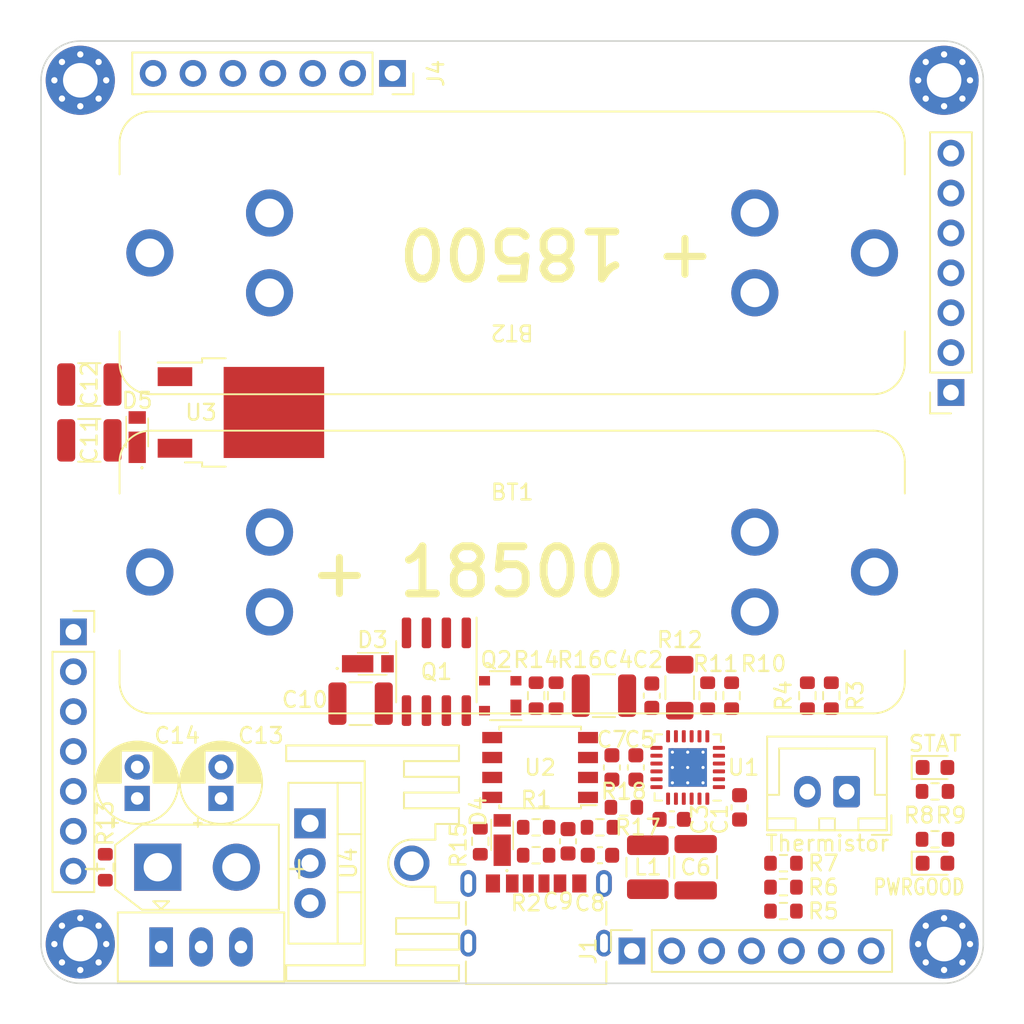
<source format=kicad_pcb>
(kicad_pcb (version 20211014) (generator pcbnew)
  (layers (0 "F.Cu" signal) (31 "B.Cu" signal) (34 "B.Paste" user) (35 "F.Paste" user) (36 "B.SilkS" user "B.Silkscreen") (37 "F.SilkS" user "F.Silkscreen") (38 "B.Mask" user) (39 "F.Mask" user) (44 "Edge.Cuts" user))
  (net 0 "")
  (net 1 "VBUS")
  (net 2 "GND")
  (net 3 "+5VREF")
  (net 4 "Net-(C3-Pad1)")
  (net 5 "SW")
  (net 6 "+BATT")
  (net 7 "Net-(C5-Pad1)")
  (net 8 "PMID")
  (net 9 "Net-(C7-Pad1)")
  (net 10 "Net-(C7-Pad2)")
  (net 11 "+5V")
  (net 12 "GATE")
  (net 13 "+3.3V")
  (net 14 "Net-(D1-Pad1)")
  (net 15 "Net-(D1-Pad2)")
  (net 16 "Net-(D2-Pad1)")
  (net 17 "Net-(D2-Pad2)")
  (net 18 "SDA")
  (net 19 "SCL")
  (net 20 "INT")
  (net 21 "PSEL")
  (net 26 "TS")
  (net 31 "Net-(R10-Pad2)")
  (net 32 "Net-(BT1-Pad2)")
  (net 33 "MID")
  (net 34 "CBSET")
  (net 35 "FB")
  (net 36 "CD")
  (net 38 "Net-(D3-Pad1)")
  (net 39 "Net-(D4-Pad1)")
  (net 40 "Net-(R13-Pad1)")
  (net 41 "Net-(C10-Pad1)")
  (net 42 "Net-(J2-PadA5)")
  (net 43 "Net-(J2-PadB5)")
  (net 48 "Net-(Q1-Pad2)")
  (net 49 "Net-(R15-Pad1)")
  (net 50 "Net-(Q2-Pad1)")
  (footprint "Heatsink_extlib:Heatsink_15x11mm_11PB015" (layer "F.Cu") (at 140.61 122.352 -90)
    (fp_text reference "HS1" hide)
    (fp_text value "Heatsink_Pad" hide)
    (pad "1" thru_hole circle (at 0 -3 270) (size 2.25 2.25) (drill 1.5) (layers *.Cu *.Mask) (net 2 "GND"))
  )
  (footprint "Resistor_SMD:R_0603_1608Metric" (layer "F.Cu") (at 162.446 111.684 -90)
    (fp_text reference "R11" (at -2.032 -0.508 180) (layer "F.SilkS"))
    (fp_text value "330")
    (pad "1" smd roundrect (at -0.825 0 270) (size 0.8 0.95) (layers "F.Cu" "F.Paste" "F.Mask") (net 32 "Net-(BT1-Pad2)"))
    (pad "2" smd roundrect (at 0.825 0 270) (size 0.8 0.95) (layers "F.Cu" "F.Paste" "F.Mask") (net 33 "MID"))
  )
  (footprint "Capacitor_SMD:C_0603_1608Metric" (layer "F.Cu") (at 153.556 120.955 -90)
    (fp_text reference "C9" (at 3.81 0.635 180) (layer "F.SilkS"))
    (fp_text value "1u")
    (pad "1" smd roundrect (at -0.775 0 270) (size 0.9 0.95) (layers "F.Cu" "F.Paste" "F.Mask") (net 12 "GATE"))
    (pad "2" smd roundrect (at 0.775 0 270) (size 0.9 0.95) (layers "F.Cu" "F.Paste" "F.Mask") (net 2 "GND"))
  )
  (footprint "Capacitor_THT:CP_Radial_D5.0mm_P2.00mm" (layer "F.Cu") (at 126.124 118.227113 90)
    (fp_text reference "C14" (at 4.003113 2.54 180) (layer "F.SilkS"))
    (fp_text value "100uF")
    (pad "1" thru_hole rect (at 0 0 90) (size 1.6 1.6) (drill 0.8) (layers *.Cu *.Mask) (net 11 "+5V"))
    (pad "2" thru_hole circle (at 2 0 90) (size 1.6 1.6) (drill 0.8) (layers *.Cu *.Mask) (net 2 "GND"))
  )
  (footprint "Resistor_SMD:R_0603_1608Metric" (layer "F.Cu") (at 170.32 111.684 90)
    (fp_text reference "R3" (at 0 1.524 90) (layer "F.SilkS"))
    (fp_text value "5.11k")
    (pad "1" smd roundrect (at -0.825 0 90) (size 0.8 0.95) (layers "F.Cu" "F.Paste" "F.Mask") (net 26 "TS"))
    (pad "2" smd roundrect (at 0.825 0 90) (size 0.8 0.95) (layers "F.Cu" "F.Paste" "F.Mask") (net 11 "+5V"))
  )
  (footprint "Capacitor_SMD:C_0603_1608Metric" (layer "F.Cu") (at 160.16 119.558 180)
    (fp_text reference "C3" (at -1.778 0 90) (layer "F.SilkS"))
    (fp_text value "0.047u")
    (pad "1" smd roundrect (at -0.775 0 180) (size 0.9 0.95) (layers "F.Cu" "F.Paste" "F.Mask") (net 4 "Net-(C3-Pad1)"))
    (pad "2" smd roundrect (at 0.775 0 180) (size 0.9 0.95) (layers "F.Cu" "F.Paste" "F.Mask") (net 5 "SW"))
  )
  (footprint "Resistor_SMD:R_0603_1608Metric" (layer "F.Cu") (at 163.97 111.684 -90)
    (fp_text reference "R10" (at -2.032 -2.032 180) (layer "F.SilkS"))
    (fp_text value "374")
    (pad "1" smd roundrect (at -0.825 0 270) (size 0.8 0.95) (layers "F.Cu" "F.Paste" "F.Mask") (net 2 "GND"))
    (pad "2" smd roundrect (at 0.825 0 270) (size 0.8 0.95) (layers "F.Cu" "F.Paste" "F.Mask") (net 31 "Net-(R10-Pad2)"))
  )
  (footprint "Package_TO_SOT_SMD:SOT-143" (layer "F.Cu") (at 149.238 111.684 180)
    (fp_text reference "Q2" (at 0.254 2.286 180) (layer "F.SilkS"))
    (fp_text value "BCV62")
    (pad "1" smd rect (at -1 -0.75 180) (size 0.7 1) (layers "F.Cu" "F.Paste" "F.Mask") (net 50 "Net-(Q2-Pad1)"))
    (pad "2" smd rect (at -1 0.95 180) (size 0.7 0.6) (layers "F.Cu" "F.Paste" "F.Mask") (net 48 "Net-(Q1-Pad2)"))
    (pad "3" smd rect (at 1 0.95 180) (size 0.7 0.6) (layers "F.Cu" "F.Paste" "F.Mask") (net 11 "+5V"))
    (pad "4" smd rect (at 1 -0.95 180) (size 0.7 0.6) (layers "F.Cu" "F.Paste" "F.Mask") (net 1 "VBUS"))
  )
  (footprint "Resistor_SMD:R_0603_1608Metric" (layer "F.Cu") (at 176.924 117.78 180)
    (fp_text reference "R8" (at 1.016 -1.524 180) (layer "F.SilkS"))
    (fp_text value "1k")
    (pad "1" smd roundrect (at -0.825 0 180) (size 0.8 0.95) (layers "F.Cu" "F.Paste" "F.Mask") (net 15 "Net-(D1-Pad2)"))
    (pad "2" smd roundrect (at 0.825 0 180) (size 0.8 0.95) (layers "F.Cu" "F.Paste" "F.Mask") (net 13 "+3.3V"))
  )
  (footprint "Capacitor_SMD:C_1210_3225Metric" (layer "F.Cu") (at 140.348 112.192 180)
    (fp_text reference "C10" (at 3.556 0.254 180) (layer "F.SilkS"))
    (fp_text value "10u(3225)")
    (pad "1" smd roundrect (at -1.475 0 180) (size 1.15 2.7) (layers "F.Cu" "F.Paste" "F.Mask") (roundrect_rratio 0.217391) (net 41 "Net-(C10-Pad1)"))
    (pad "2" smd roundrect (at 1.475 0 180) (size 1.15 2.7) (layers "F.Cu" "F.Paste" "F.Mask") (roundrect_rratio 0.217391) (net 2 "GND"))
  )
  (footprint "Button_Switch_THT_extlib:NKK_SS-12SDP2" (layer "F.Cu") (at 130.188 127.686)
    (fp_text reference "SW1" hide)
    (fp_text value "SW_SPDT")
    (pad "1" thru_hole rect (at -2.54 0) (size 1.5 2.5) (drill 0.8) (layers *.Mask "F.Cu" "In1.Cu" "B.Cu") (net 40 "Net-(R13-Pad1)"))
    (pad "2" thru_hole oval (at 0 0) (size 1.5 2.5) (drill 0.8) (layers *.Mask "F.Cu" "In1.Cu" "B.Cu") (net 39 "Net-(D4-Pad1)"))
    (pad "3" thru_hole oval (at 2.54 0) (size 1.5 2.5) (drill 0.8) (layers *.Mask "F.Cu" "In1.Cu" "B.Cu") (net 38 "Net-(D3-Pad1)"))
  )
  (footprint "CUHS20S30:CUHS20S30" (layer "F.Cu") (at 149.365 120.574 90)
    (fp_text reference "D4" (at 1.524 -1.524 270) (layer "F.SilkS"))
    (fp_text value "D_Schottky" hide)
    (pad "1" smd rect (at -0.95 0 180) (size 1.1 2) (layers "F.Cu" "F.Paste" "F.Mask") (net 39 "Net-(D4-Pad1)"))
    (pad "2" smd rect (at 0.95 0 90) (size 0.8 1.1) (layers "F.Cu" "F.Paste" "F.Mask") (net 12 "GATE"))
  )
  (footprint "Battery_extlib:BatteryClip_Keystone_18500" (layer "F.Cu") (at 150 83.49 180)
    (fp_text reference "BT2" (at 0 -5.08 180 unlocked) (layer "F.SilkS"))
    (fp_text value "BATT")
    (fp_text user "18500" (at 0 0 180 unlocked) (layer "F.SilkS") (effects (font (size 3 3) (thickness 0.5))))
    (fp_text user "+" (at -11 0 180) (layer "F.SilkS") (effects (font (size 3 3) (thickness 0.45))))
    (pad "1" thru_hole circle (at -15.45 -2.54 180) (size 3 3) (drill 1.83) (layers *.Mask "F.Cu" "In1.Cu" "B.Cu") (net 32 "Net-(BT1-Pad2)"))
    (pad "1" thru_hole circle (at -23.07 0 180) (size 3 3) (drill 1.83) (layers *.Cu *.Mask) (net 32 "Net-(BT1-Pad2)"))
    (pad "1" thru_hole circle (at -15.45 2.54 180) (size 3 3) (drill 1.83) (layers *.Mask "F.Cu" "In1.Cu" "B.Cu") (net 32 "Net-(BT1-Pad2)"))
    (pad "2" thru_hole circle (at 23.07 0 180) (size 3 3) (drill 1.83) (layers *.Cu *.Mask) (net 2 "GND"))
    (pad "2" thru_hole circle (at 15.45 -2.54 180) (size 3 3) (drill 1.83) (layers *.Cu *.Mask) (net 2 "GND"))
    (pad "2" thru_hole circle (at 15.45 2.54 180) (size 3 3) (drill 1.83) (layers *.Cu *.Mask) (net 2 "GND"))
  )
  (footprint "Connector_JST:JST_XH_B2B-XH-A_1x02_P2.50mm_Vertical" (layer "F.Cu") (at 171.296 117.797 180)
    (fp_text reference "J5" hide)
    (fp_text value "Thermistor")
    (pad "1" thru_hole roundrect (at 0 0 180) (size 1.7 2) (drill 1) (layers *.Cu *.Mask) (roundrect_rratio 0.147059) (net 2 "GND"))
    (pad "2" thru_hole oval (at 2.5 0 180) (size 1.7 2) (drill 1) (layers *.Cu *.Mask) (net 26 "TS"))
  )
  (footprint "Connector_PinSocket_2.54mm:PinSocket_1x07_P2.54mm_Vertical" (layer "F.Cu") (at 157.62 127.94 90)
    (fp_text reference "J1" (at 0 -2.77 90) (layer "F.SilkS"))
    (fp_text value "Conn_01x07")
    (pad "1" thru_hole rect (at 0 0 90) (size 1.7 1.7) (drill 1) (layers *.Cu *.Mask) (net 11 "+5V"))
    (pad "2" thru_hole oval (at 0 2.54 90) (size 1.7 1.7) (drill 1) (layers *.Cu *.Mask) (net 2 "GND"))
    (pad "3" thru_hole oval (at 0 5.08 90) (size 1.7 1.7) (drill 1) (layers *.Cu *.Mask) (net 13 "+3.3V"))
    (pad "4" thru_hole oval (at 0 7.62 90) (size 1.7 1.7) (drill 1) (layers *.Cu *.Mask) (net 18 "SDA"))
    (pad "5" thru_hole oval (at 0 10.16 90) (size 1.7 1.7) (drill 1) (layers *.Cu *.Mask) (net 19 "SCL"))
    (pad "6" thru_hole oval (at 0 12.7 90) (size 1.7 1.7) (drill 1) (layers *.Cu *.Mask) (net 20 "INT"))
    (pad "7" thru_hole oval (at 0 15.24 90) (size 1.7 1.7) (drill 1) (layers *.Cu *.Mask) (net 21 "PSEL"))
  )
  (footprint "Resistor_SMD:R_0603_1608Metric" (layer "F.Cu") (at 155.588 120.066)
    (fp_text reference "R17" (at 2.413 0) (layer "F.SilkS"))
    (fp_text value "k")
    (pad "1" smd roundrect (at -0.825 0) (size 0.8 0.95) (layers "F.Cu" "F.Paste" "F.Mask") (net 12 "GATE"))
    (pad "2" smd roundrect (at 0.825 0) (size 0.8 0.95) (layers "F.Cu" "F.Paste" "F.Mask") (net 35 "FB"))
  )
  (footprint "Capacitor_SMD:C_0603_1608Metric" (layer "F.Cu") (at 157.874 116.256 -90)
    (fp_text reference "C5" (at -1.778 -0.254 180) (layer "F.SilkS"))
    (fp_text value "47p")
    (pad "1" smd roundrect (at -0.775 0 270) (size 0.9 0.95) (layers "F.Cu" "F.Paste" "F.Mask") (net 7 "Net-(C5-Pad1)"))
    (pad "2" smd roundrect (at 0.775 0 270) (size 0.9 0.95) (layers "F.Cu" "F.Paste" "F.Mask") (net 2 "GND"))
  )
  (footprint "MountingHole:MountingHole_2.2mm_M2_Pad_Via" (layer "F.Cu") (at 177.5 127.5)
    (fp_text reference "H4" hide)
    (fp_text value "MH")
    (pad "1" thru_hole circle (at -1.65 0) (size 0.7 0.7) (drill 0.4) (layers *.Cu *.Mask) (net 2 "GND"))
    (pad "1" thru_hole circle (at 1.166726 1.166726) (size 0.7 0.7) (drill 0.4) (layers *.Cu *.Mask) (net 2 "GND"))
    (pad "1" thru_hole circle (at 1.166726 -1.166726) (size 0.7 0.7) (drill 0.4) (layers *.Cu *.Mask) (net 2 "GND"))
    (pad "1" thru_hole circle (at 1.65 0) (size 0.7 0.7) (drill 0.4) (layers *.Cu *.Mask) (net 2 "GND"))
    (pad "1" thru_hole circle (at 0 0) (size 4.4 4.4) (drill 2.2) (layers *.Cu *.Mask) (net 2 "GND"))
    (pad "1" thru_hole circle (at 0 1.65) (size 0.7 0.7) (drill 0.4) (layers *.Cu *.Mask) (net 2 "GND"))
    (pad "1" thru_hole circle (at 0 -1.65) (size 0.7 0.7) (drill 0.4) (layers *.Cu *.Mask) (net 2 "GND"))
    (pad "1" thru_hole circle (at -1.166726 -1.166726) (size 0.7 0.7) (drill 0.4) (layers *.Cu *.Mask) (net 2 "GND"))
    (pad "1" thru_hole circle (at -1.166726 1.166726) (size 0.7 0.7) (drill 0.4) (layers *.Cu *.Mask) (net 2 "GND"))
  )
  (footprint "Resistor_SMD:R_0603_1608Metric" (layer "F.Cu") (at 151.524 121.844 180)
    (fp_text reference "R2" (at 0.635 -3.048) (layer "F.SilkS"))
    (fp_text value "5.1k")
    (pad "1" smd roundrect (at -0.825 0 180) (size 0.8 0.95) (layers "F.Cu" "F.Paste" "F.Mask") (net 43 "Net-(J2-PadB5)"))
    (pad "2" smd roundrect (at 0.825 0 180) (size 0.8 0.95) (layers "F.Cu" "F.Paste" "F.Mask") (net 2 "GND"))
  )
  (footprint "LED_SMD:LED_0603_1608Metric" (layer "F.Cu") (at 176.924 122.352)
    (fp_text reference "D2" hide)
    (fp_text value "PWRGOOD")
    (pad "1" smd roundrect (at -0.7875 0) (size 0.875 0.95) (layers "F.Cu" "F.Paste" "F.Mask") (net 16 "Net-(D2-Pad1)"))
    (pad "2" smd roundrect (at 0.7875 0) (size 0.875 0.95) (layers "F.Cu" "F.Paste" "F.Mask") (net 17 "Net-(D2-Pad2)"))
  )
  (footprint "Package_TO_SOT_THT:TO-220-3_Vertical" (layer "F.Cu") (at 137.125 119.812 -90)
    (fp_text reference "U4" (at 2.54 -2.469 -90) (layer "F.SilkS"))
    (fp_text value "MIC29500-5.0WT")
    (pad "1" thru_hole rect (at 0 0 270) (size 1.905 2) (drill 1.1) (layers *.Cu *.Mask) (net 41 "Net-(C10-Pad1)"))
    (pad "2" thru_hole oval (at 2.54 0 270) (size 1.905 2) (drill 1.1) (layers *.Cu *.Mask) (net 2 "GND"))
    (pad "3" thru_hole oval (at 5.08 0 270) (size 1.905 2) (drill 1.1) (layers *.Cu *.Mask) (net 11 "+5V"))
  )
  (footprint "Inductor_SMD:L_1210_3225Metric" (layer "F.Cu") (at 158.636 122.606 -90)
    (fp_text reference "L1" (at 0 0) (layer "F.SilkS"))
    (fp_text value "1uH")
    (pad "1" smd roundrect (at -1.4 0 270) (size 1.25 2.65) (layers "F.Cu" "F.Paste" "F.Mask") (roundrect_rratio 0.2) (net 5 "SW"))
    (pad "2" smd roundrect (at 1.4 0 270) (size 1.25 2.65) (layers "F.Cu" "F.Paste" "F.Mask") (roundrect_rratio 0.2) (net 8 "PMID"))
  )
  (footprint "CUHS20S30:CUHS20S30" (layer "F.Cu") (at 141.11 109.652)
    (fp_text reference "D3" (at 0 -1.524) (layer "F.SilkS"))
    (fp_text value "D_Schottky" hide)
    (pad "1" smd rect (at -0.95 0 90) (size 1.1 2) (layers "F.Cu" "F.Paste" "F.Mask") (net 38 "Net-(D3-Pad1)"))
    (pad "2" smd rect (at 0.95 0) (size 0.8 1.1) (layers "F.Cu" "F.Paste" "F.Mask") (net 6 "+BATT"))
  )
  (footprint "Capacitor_SMD:C_0603_1608Metric" (layer "F.Cu") (at 164.478 118.796 90)
    (fp_text reference "C1" (at -0.762 -1.27 90) (layer "F.SilkS"))
    (fp_text value "1u")
    (pad "1" smd roundrect (at -0.775 0 90) (size 0.9 0.95) (layers "F.Cu" "F.Paste" "F.Mask") (net 1 "VBUS"))
    (pad "2" smd roundrect (at 0.775 0 90) (size 0.9 0.95) (layers "F.Cu" "F.Paste" "F.Mask") (net 2 "GND"))
  )
  (footprint "Resistor_SMD:R_0603_1608Metric" (layer "F.Cu") (at 167.272 125.4)
    (fp_text reference "R5" (at 2.54 0) (layer "F.SilkS"))
    (fp_text value "4.7k")
    (pad "1" smd roundrect (at -0.825 0) (size 0.8 0.95) (layers "F.Cu" "F.Paste" "F.Mask") (net 18 "SDA"))
    (pad "2" smd roundrect (at 0.825 0) (size 0.8 0.95) (layers "F.Cu" "F.Paste" "F.Mask") (net 13 "+3.3V"))
  )
  (footprint "Resistor_SMD:R_0603_1608Metric" (layer "F.Cu") (at 167.272 123.876)
    (fp_text reference "R6" (at 2.54 0) (layer "F.SilkS"))
    (fp_text value "4.7k")
    (pad "1" smd roundrect (at -0.825 0) (size 0.8 0.95) (layers "F.Cu" "F.Paste" "F.Mask") (net 19 "SCL"))
    (pad "2" smd roundrect (at 0.825 0) (size 0.8 0.95) (layers "F.Cu" "F.Paste" "F.Mask") (net 13 "+3.3V"))
  )
  (footprint "Resistor_SMD:R_0603_1608Metric" (layer "F.Cu") (at 157.112 118.796)
    (fp_text reference "R18" (at 0 -1.016) (layer "F.SilkS"))
    (fp_text value "k")
    (pad "1" smd roundrect (at -0.825 0) (size 0.8 0.95) (layers "F.Cu" "F.Paste" "F.Mask") (net 35 "FB"))
    (pad "2" smd roundrect (at 0.825 0) (size 0.8 0.95) (layers "F.Cu" "F.Paste" "F.Mask") (net 2 "GND"))
  )
  (footprint "Battery_extlib:BatteryClip_Keystone_18500" (layer "F.Cu") (at 150 103.81)
    (fp_text reference "BT1" (at 0 -5.08 unlocked) (layer "F.SilkS"))
    (fp_text value "BATT")
    (fp_text user "+" (at -11 0) (layer "F.SilkS") (effects (font (size 3 3) (thickness 0.45))))
    (fp_text user "18500" (at 0 0 unlocked) (layer "F.SilkS") (effects (font (size 3 3) (thickness 0.5))))
    (pad "1" thru_hole circle (at -15.45 2.54) (size 3 3) (drill 1.83) (layers *.Mask "F.Cu" "In1.Cu" "B.Cu") (net 6 "+BATT"))
    (pad "1" thru_hole circle (at -23.07 0) (size 3 3) (drill 1.83) (layers *.Cu *.Mask) (net 6 "+BATT"))
    (pad "1" thru_hole circle (at -15.45 -2.54) (size 3 3) (drill 1.83) (layers *.Mask "F.Cu" "In1.Cu" "B.Cu") (net 6 "+BATT"))
    (pad "2" thru_hole circle (at 15.45 2.54) (size 3 3) (drill 1.83) (layers *.Cu *.Mask) (net 32 "Net-(BT1-Pad2)"))
    (pad "2" thru_hole circle (at 15.45 -2.54) (size 3 3) (drill 1.83) (layers *.Cu *.Mask) (net 32 "Net-(BT1-Pad2)"))
    (pad "2" thru_hole circle (at 23.07 0) (size 3 3) (drill 1.83) (layers *.Cu *.Mask) (net 32 "Net-(BT1-Pad2)"))
  )
  (footprint "Resistor_SMD:R_0603_1608Metric" (layer "F.Cu") (at 151.524 120.066 180)
    (fp_text reference "R1" (at 0 1.778) (layer "F.SilkS"))
    (fp_text value "5.1k")
    (pad "1" smd roundrect (at -0.825 0 180) (size 0.8 0.95) (layers "F.Cu" "F.Paste" "F.Mask") (net 42 "Net-(J2-PadA5)"))
    (pad "2" smd roundrect (at 0.825 0 180) (size 0.8 0.95) (layers "F.Cu" "F.Paste" "F.Mask") (net 2 "GND"))
  )
  (footprint "Connector_PinSocket_2.54mm:PinSocket_1x07_P2.54mm_Vertical" (layer "F.Cu") (at 142.38 72.06 -90)
    (fp_text reference "J4" (at 0 -2.77 90) (layer "F.SilkS"))
    (fp_text value "Conn_01x07")
    (pad "1" thru_hole rect (at 0 0 270) (size 1.7 1.7) (drill 1) (layers *.Cu *.Mask) (net 11 "+5V"))
    (pad "2" thru_hole oval (at 0 2.54 270) (size 1.7 1.7) (drill 1) (layers *.Cu *.Mask) (net 2 "GND"))
    (pad "3" thru_hole oval (at 0 5.08 270) (size 1.7 1.7) (drill 1) (layers *.Cu *.Mask) (net 13 "+3.3V"))
    (pad "4" thru_hole oval (at 0 7.62 270) (size 1.7 1.7) (drill 1) (layers *.Cu *.Mask))
    (pad "5" thru_hole oval (at 0 10.16 270) (size 1.7 1.7) (drill 1) (layers *.Cu *.Mask))
    (pad "6" thru_hole oval (at 0 12.7 270) (size 1.7 1.7) (drill 1) (layers *.Cu *.Mask))
    (pad "7" thru_hole oval (at 0 15.24 270) (size 1.7 1.7) (drill 1) (layers *.Cu *.Mask))
  )
  (footprint "LED_SMD:LED_0603_1608Metric" (layer "F.Cu") (at 176.924 116.256)
    (fp_text reference "D1" hide)
    (fp_text value "STAT")
    (pad "1" smd roundrect (at -0.7875 0) (size 0.875 0.95) (layers "F.Cu" "F.Paste" "F.Mask") (net 14 "Net-(D1-Pad1)"))
    (pad "2" smd roundrect (at 0.7875 0) (size 0.875 0.95) (layers "F.Cu" "F.Paste" "F.Mask") (net 15 "Net-(D1-Pad2)"))
  )
  (footprint "Resistor_SMD:R_0603_1608Metric" (layer "F.Cu") (at 124.092 122.606 90)
    (fp_text reference "R13" (at 2.794 0 90) (layer "F.SilkS"))
    (fp_text value "10k")
    (pad "1" smd roundrect (at -0.825 0 90) (size 0.8 0.95) (layers "F.Cu" "F.Paste" "F.Mask") (net 40 "Net-(R13-Pad1)"))
    (pad "2" smd roundrect (at 0.825 0 90) (size 0.8 0.95) (layers "F.Cu" "F.Paste" "F.Mask") (net 2 "GND"))
  )
  (footprint "Kicad_Akiyuki_Footprint:CUI_UJC-HP-3-SMT-TR" (layer "F.Cu") (at 151.524 123.641)
    (fp_text reference "J2" hide)
    (fp_text value "USB_C_Receptacle_USB2.0")
    (pad "A5" smd rect (at -0.5 0) (size 0.7 1.15) (layers "F.Cu" "F.Paste" "F.Mask") (net 42 "Net-(J2-PadA5)"))
    (pad "A9" smd rect (at 1.52 0) (size 0.8 1.15) (layers "F.Cu" "F.Paste" "F.Mask") (net 1 "VBUS"))
    (pad "A12" smd rect (at 2.75 0) (size 0.9 1.15) (layers "F.Cu" "F.Paste" "F.Mask") (net 2 "GND"))
    (pad "B5" smd rect (at 0.5 0) (size 0.7 1.15) (layers "F.Cu" "F.Paste" "F.Mask") (net 43 "Net-(J2-PadB5)"))
    (pad "B9" smd rect (at -1.52 0) (size 0.8 1.15) (layers "F.Cu" "F.Paste" "F.Mask") (net 1 "VBUS"))
    (pad "B12" smd rect (at -2.75 0) (size 0.9 1.15) (layers "F.Cu" "F.Paste" "F.Mask") (net 2 "GND"))
    (pad "S1" thru_hole oval (at -4.32 3.8) (size 1 1.7) (drill oval 0.5 1.2) (layers *.Cu *.Mask) (net 2 "GND"))
    (pad "S1" thru_hole oval (at 4.32 3.8) (size 1 1.7) (drill oval 0.5 1.2) (layers *.Cu *.Mask) (net 2 "GND"))
    (pad "S1" thru_hole oval (at -4.32 0) (size 1 1.7) (drill oval 0.5 1.2) (layers *.Cu *.Mask) (net 2 "GND"))
    (pad "S1" thru_hole oval (at 4.32 0) (size 1 1.7) (drill oval 0.5 1.2) (layers *.Cu *.Mask) (net 2 "GND"))
  )
  (footprint "Connector_AMASS:AMASS_XT30UPB-F_1x02_P5.0mm_Vertical" (layer "F.Cu") (at 127.434 122.606)
    (fp_text reference "J7" hide)
    (fp_text value "Power")
    (fp_text user "-" (at -4 0) (layer "F.SilkS") (effects (font (size 1.5 1.5))))
    (fp_text user "+" (at 9 0) (layer "F.SilkS") (effects (font (size 1.5 1.5))))
    (pad "1" thru_hole rect (at 0 0) (size 3 3) (drill 1.8) (layers *.Cu *.Mask) (net 2 "GND"))
    (pad "2" thru_hole circle (at 5 0) (size 3 3) (drill 1.8) (layers *.Cu *.Mask) (net 11 "+5V"))
  )
  (footprint "Connector_PinSocket_2.54mm:PinSocket_1x07_P2.54mm_Vertical" (layer "F.Cu") (at 177.94 92.38 180)
    (fp_text reference "J6" hide)
    (fp_text value "Conn_01x07")
    (pad "1" thru_hole rect (at 0 0 180) (size 1.7 1.7) (drill 1) (layers *.Cu *.Mask) (net 11 "+5V"))
    (pad "2" thru_hole oval (at 0 2.54 180) (size 1.7 1.7) (drill 1) (layers *.Cu *.Mask) (net 2 "GND"))
    (pad "3" thru_hole oval (at 0 5.08 180) (size 1.7 1.7) (drill 1) (layers *.Cu *.Mask) (net 13 "+3.3V"))
    (pad "4" thru_hole oval (at 0 7.62 180) (size 1.7 1.7) (drill 1) (layers *.Cu *.Mask))
    (pad "5" thru_hole oval (at 0 10.16 180) (size 1.7 1.7) (drill 1) (layers *.Cu *.Mask))
    (pad "6" thru_hole oval (at 0 12.7 180) (size 1.7 1.7) (drill 1) (layers *.Cu *.Mask))
    (pad "7" thru_hole oval (at 0 15.24 180) (size 1.7 1.7) (drill 1) (layers *.Cu *.Mask))
  )
  (footprint "Package_SO:SOIC-8_3.9x4.9mm_P1.27mm" (layer "F.Cu") (at 145.174 110.16 -90)
    (fp_text reference "Q1" (at 0 0 180) (layer "F.SilkS"))
    (fp_text value "FDS4935A")
    (pad "1" smd roundrect (at -2.475 -1.905 270) (size 1.95 0.6) (layers "F.Cu" "F.Paste" "F.Mask") (net 11 "+5V"))
    (pad "2" smd roundrect (at -2.475 -0.635 270) (size 1.95 0.6) (layers "F.Cu" "F.Paste" "F.Mask") (net 48 "Net-(Q1-Pad2)"))
    (pad "3" smd roundrect (at -2.475 0.635 270) (size 1.95 0.6) (layers "F.Cu" "F.Paste" "F.Mask") (net 6 "+BATT"))
    (pad "4" smd roundrect (at -2.475 1.905 270) (size 1.95 0.6) (layers "F.Cu" "F.Paste" "F.Mask") (net 49 "Net-(R15-Pad1)"))
    (pad "5" smd roundrect (at 2.475 1.905 270) (size 1.95 0.6) (layers "F.Cu" "F.Paste" "F.Mask") (net 41 "Net-(C10-Pad1)"))
    (pad "6" smd roundrect (at 2.475 0.635 270) (size 1.95 0.6) (layers "F.Cu" "F.Paste" "F.Mask") (net 41 "Net-(C10-Pad1)"))
    (pad "7" smd roundrect (at 2.475 -0.635 270) (size 1.95 0.6) (layers "F.Cu" "F.Paste" "F.Mask") (net 1 "VBUS"))
    (pad "8" smd roundrect (at 2.475 -1.905 270) (size 1.95 0.6) (layers "F.Cu" "F.Paste" "F.Mask") (net 1 "VBUS"))
  )
  (footprint "Connector_PinSocket_2.54mm:PinSocket_1x07_P2.54mm_Vertical" (layer "F.Cu") (at 122.06 107.62)
    (fp_text reference "J3" hide)
    (fp_text value "Conn_01x07")
    (pad "1" thru_hole rect (at 0 0) (size 1.7 1.7) (drill 1) (layers *.Cu *.Mask) (net 11 "+5V"))
    (pad "2" thru_hole oval (at 0 2.54) (size 1.7 1.7) (drill 1) (layers *.Cu *.Mask) (net 2 "GND"))
    (pad "3" thru_hole oval (at 0 5.08) (size 1.7 1.7) (drill 1) (layers *.Cu *.Mask) (net 13 "+3.3V"))
    (pad "4" thru_hole oval (at 0 7.62) (size 1.7 1.7) (drill 1) (layers *.Cu *.Mask))
    (pad "5" thru_hole oval (at 0 10.16) (size 1.7 1.7) (drill 1) (layers *.Cu *.Mask))
    (pad "6" thru_hole oval (at 0 12.7) (size 1.7 1.7) (drill 1) (layers *.Cu *.Mask))
    (pad "7" thru_hole oval (at 0 15.24) (size 1.7 1.7) (drill 1) (layers *.Cu *.Mask))
  )
  (footprint "MountingHole:MountingHole_2.2mm_M2_Pad_Via" (layer "F.Cu") (at 122.5 127.5)
    (fp_text reference "H3" hide)
    (fp_text value "MH")
    (pad "1" thru_hole circle (at 0 1.65) (size 0.7 0.7) (drill 0.4) (layers *.Cu *.Mask) (net 2 "GND"))
    (pad "1" thru_hole circle (at 1.166726 1.166726) (size 0.7 0.7) (drill 0.4) (layers *.Cu *.Mask) (net 2 "GND"))
    (pad "1" thru_hole circle (at -1.166726 1.166726) (size 0.7 0.7) (drill 0.4) (layers *.Cu *.Mask) (net 2 "GND"))
    (pad "1" thru_hole circle (at -1.166726 -1.166726) (size 0.7 0.7) (drill 0.4) (layers *.Cu *.Mask) (net 2 "GND"))
    (pad "1" thru_hole circle (at 0 -1.65) (size 0.7 0.7) (drill 0.4) (layers *.Cu *.Mask) (net 2 "GND"))
    (pad "1" thru_hole circle (at 1.65 0) (size 0.7 0.7) (drill 0.4) (layers *.Cu *.Mask) (net 2 "GND"))
    (pad "1" thru_hole circle (at -1.65 0) (size 0.7 0.7) (drill 0.4) (layers *.Cu *.Mask) (net 2 "GND"))
    (pad "1" thru_hole circle (at 0 0) (size 4.4 4.4) (drill 2.2) (layers *.Cu *.Mask) (net 2 "GND"))
    (pad "1" thru_hole circle (at 1.166726 -1.166726) (size 0.7 0.7) (drill 0.4) (layers *.Cu *.Mask) (net 2 "GND"))
  )
  (footprint "Capacitor_SMD:C_1210_3225Metric" (layer "F.Cu") (at 161.684 122.606 90)
    (fp_text reference "C6" (at 0 0) (layer "F.SilkS"))
    (fp_text value "10u(3225)")
    (pad "1" smd roundrect (at -1.475 0 90) (size 1.15 2.7) (layers "F.Cu" "F.Paste" "F.Mask") (roundrect_rratio 0.217391) (net 8 "PMID"))
    (pad "2" smd roundrect (at 1.475 0 90) (size 1.15 2.7) (layers "F.Cu" "F.Paste" "F.Mask") (roundrect_rratio 0.217391) (net 2 "GND"))
  )
  (footprint "Capacitor_SMD:C_1210_3225Metric" (layer "F.Cu") (at 123.076 91.872 180)
    (fp_text reference "C12" (at 0 0 90) (layer "F.SilkS"))
    (fp_text value "22u(3225)")
    (pad "1" smd roundrect (at -1.475 0 180) (size 1.15 2.7) (layers "F.Cu" "F.Paste" "F.Mask") (roundrect_rratio 0.217391) (net 13 "+3.3V"))
    (pad "2" smd roundrect (at 1.475 0 180) (size 1.15 2.7) (layers "F.Cu" "F.Paste" "F.Mask") (roundrect_rratio 0.217391) (net 2 "GND"))
  )
  (footprint "Resistor_SMD:R_1206_3216Metric" (layer "F.Cu") (at 160.668 111.176 -90)
    (fp_text reference "R12" (at -3.048 0 180) (layer "F.SilkS"))
    (fp_text value "10(3216)")
    (pad "1" smd roundrect (at -1.4625 0 270) (size 1.125 1.75) (layers "F.Cu" "F.Paste" "F.Mask") (roundrect_rratio 0.222222) (net 32 "Net-(BT1-Pad2)"))
    (pad "2" smd roundrect (at 1.4625 0 270) (size 1.125 1.75) (layers "F.Cu" "F.Paste" "F.Mask") (roundrect_rratio 0.222222) (net 34 "CBSET"))
  )
  (footprint "Resistor_SMD:R_0603_1608Metric" (layer "F.Cu") (at 152.794 111.684 90)
    (fp_text reference "R16" (at 2.286 1.524 180) (layer "F.SilkS"))
    (fp_text value "10k")
    (pad "1" smd roundrect (at -0.825 0 90) (size 0.8 0.95) (layers "F.Cu" "F.Paste" "F.Mask") (net 2 "GND"))
    (pad "2" smd roundrect (at 0.825 0 90) (size 0.8 0.95) (layers "F.Cu" "F.Paste" "F.Mask") (net 48 "Net-(Q1-Pad2)"))
  )
  (footprint "CUHS20S30:CUHS20S30" (layer "F.Cu") (at 126.124 94.92 90)
    (fp_text reference "D5" (at 2.032 0) (layer "F.SilkS"))
    (fp_text value "D_Schottky" hide)
    (pad "1" smd rect (at -0.95 0 180) (size 1.1 2) (layers "F.Cu" "F.Paste" "F.Mask") (net 11 "+5V"))
    (pad "2" smd rect (at 0.95 0 90) (size 0.8 1.1) (layers "F.Cu" "F.Paste" "F.Mask") (net 13 "+3.3V"))
  )
  (footprint "Capacitor_SMD:C_0603_1608Metric" (layer "F.Cu") (at 158.89 111.684 90)
    (fp_text reference "C2" (at 2.286 -0.254 180) (layer "F.SilkS"))
    (fp_text value "4.7u")
    (pad "1" smd roundrect (at -0.775 0 90) (size 0.9 0.95) (layers "F.Cu" "F.Paste" "F.Mask") (net 3 "+5VREF"))
    (pad "2" smd roundrect (at 0.775 0 90) (size 0.9 0.95) (layers "F.Cu" "F.Paste" "F.Mask") (net 2 "GND"))
  )
  (footprint "MountingHole:MountingHole_2.2mm_M2_Pad_Via" (layer "F.Cu") (at 122.5 72.5)
    (fp_text reference "H2" hide)
    (fp_text value "MH")
    (pad "1" thru_hole circle (at 1.166726 1.166726) (size 0.7 0.7) (drill 0.4) (layers *.Cu *.Mask) (net 2 "GND"))
    (pad "1" thru_hole circle (at -1.166726 -1.166726) (size 0.7 0.7) (drill 0.4) (layers *.Cu *.Mask) (net 2 "GND"))
    (pad "1" thru_hole circle (at 0 0) (size 4.4 4.4) (drill 2.2) (layers *.Cu *.Mask) (net 2 "GND"))
    (pad "1" thru_hole circle (at -1.166726 1.166726) (size 0.7 0.7) (drill 0.4) (layers *.Cu *.Mask) (net 2 "GND"))
    (pad "1" thru_hole circle (at 1.166726 -1.166726) (size 0.7 0.7) (drill 0.4) (layers *.Cu *.Mask) (net 2 "GND"))
    (pad "1" thru_hole circle (at -1.65 0) (size 0.7 0.7) (drill 0.4) (layers *.Cu *.Mask) (net 2 "GND"))
    (pad "1" thru_hole circle (at 0 -1.65) (size 0.7 0.7) (drill 0.4) (layers *.Cu *.Mask) (net 2 "GND"))
    (pad "1" thru_hole circle (at 1.65 0) (size 0.7 0.7) (drill 0.4) (layers *.Cu *.Mask) (net 2 "GND"))
    (pad "1" thru_hole circle (at 0 1.65) (size 0.7 0.7) (drill 0.4) (layers *.Cu *.Mask) (net 2 "GND"))
  )
  (footprint "Package_DFN_QFN:VQFN-24-1EP_4x4mm_P0.5mm_EP2.45x2.45mm_ThermalVias" (layer "F.Cu") (at 161.176 116.256 180)
    (fp_text reference "U1" (at -3.556 0) (layer "F.SilkS"))
    (fp_text value "BQ25887RGER")
    (pad "1" smd roundrect (at -1.9875 -1.25 180) (size 0.775 0.25) (layers "F.Cu" "F.Paste" "F.Mask") (net 16 "Net-(D2-Pad1)"))
    (pad "2" smd roundrect (at -1.9875 -0.75 180) (size 0.775 0.25) (layers "F.Cu" "F.Paste" "F.Mask") (net 14 "Net-(D1-Pad1)"))
    (pad "3" smd roundrect (at -1.9875 -0.25 180) (size 0.775 0.25) (layers "F.Cu" "F.Paste" "F.Mask") (net 36 "CD"))
    (pad "4" smd roundrect (at -1.9875 0.25 180) (size 0.775 0.25) (layers "F.Cu" "F.Paste" "F.Mask") (net 18 "SDA"))
    (pad "5" smd roundrect (at -1.9875 0.75 180) (size 0.775 0.25) (layers "F.Cu" "F.Paste" "F.Mask") (net 19 "SCL"))
    (pad "6" smd roundrect (at -1.9875 1.25 180) (size 0.775 0.25) (layers "F.Cu" "F.Paste" "F.Mask") (net 20 "INT"))
    (pad "7" smd roundrect (at -1.25 1.9875 180) (size 0.25 0.775) (layers "F.Cu" "F.Paste" "F.Mask") (net 26 "TS"))
    (pad "8" smd roundrect (at -0.75 1.9875 180) (size 0.25 0.775) (layers "F.Cu" "F.Paste" "F.Mask") (net 31 "Net-(R10-Pad2)"))
    (pad "9" smd roundrect (at -0.25 1.9875 180) (size 0.25 0.775) (layers "F.Cu" "F.Paste" "F.Mask") (net 33 "MID"))
    (pad "10" smd roundrect (at 0.25 1.9875 180) (size 0.25 0.775) (layers "F.Cu" "F.Paste" "F.Mask") (net 34 "CBSET"))
    (pad "11" smd roundrect (at 0.75 1.9875 180) (size 0.25 0.775) (layers "F.Cu" "F.Paste" "F.Mask") (net 3 "+5VREF"))
    (pad "12" smd roundrect (at 1.25 1.9875 180) (size 0.25 0.775) (layers "F.Cu" "F.Paste" "F.Mask") (net 4 "Net-(C3-Pad1)"))
    (pad "13" smd roundrect (at 1.9875 1.25 180) (size 0.775 0.25) (layers "F.Cu" "F.Paste" "F.Mask") (net 6 "+BATT"))
    (pad "14" smd roundrect (at 1.9875 0.75 180) (size 0.775 0.25) (layers "F.Cu" "F.Paste" "F.Mask") (net 6 "+BATT"))
    (pad "15" smd roundrect (at 1.9875 0.25 180) (size 0.775 0.25) (layers "F.Cu" "F.Paste" "F.Mask") (net 7 "Net-(C5-Pad1)"))
    (pad "16" smd roundrect (at 1.9875 -0.25 180) (size 0.775 0.25) (layers "F.Cu" "F.Paste" "F.Mask") (net 7 "Net-(C5-Pad1)"))
    (pad "17" smd roundrect (at 1.9875 -0.75 180) (size 0.775 0.25) (layers "F.Cu" "F.Paste" "F.Mask") (net 5 "SW"))
    (pad "18" smd roundrect (at 1.9875 -1.25 180) (size 0.775 0.25) (layers "F.Cu" "F.Paste" "F.Mask") (net 5 "SW"))
    (pad "19" smd roundrect (at 1.25 -1.9875 180) (size 0.25 0.775) (layers "F.Cu" "F.Paste" "F.Mask") (net 2 "GND"))
    (pad "20" smd roundrect (at 0.75 -1.9875 180) (size 0.25 0.775) (layers "F.Cu" "F.Paste" "F.Mask") (net 2 "GND"))
    (pad "21" smd roundrect (at 0.25 -1.9875 180) (size 0.25 0.775) (layers "F.Cu" "F.Paste" "F.Mask") (net 8 "PMID"))
    (pad "22" smd roundrect (at -0.25 -1.9875 180) (size 0.25 0.775) (layers "F.Cu" "F.Paste" "F.Mask") (net 8 "PMID"))
    (pad "23" smd roundrect (at -0.75 -1.9875 180) (size 0.25 0.775) (layers "F.Cu" "F.Paste" "F.Mask") (net 1 "VBUS"))
    (pad "24" smd roundrect (at -1.25 -1.9875 180) (size 0.25 0.775) (layers "F.Cu" "F.Paste" "F.Mask") (net 21 "PSEL"))
    (pad "25" thru_hole circle (at 0.975 0.975 180) (size 0.5 0.5) (drill 0.2) (layers *.Cu) (net 2 "GND"))
    (pad "25" thru_hole circle (at 0.975 0 180) (size 0.5 0.5) (drill 0.2) (layers *.Cu) (net 2 "GND"))
    (pad "25" thru_hole circle (at 0 -0.975 180) (size 0.5 0.5) (drill 0.2) (layers *.Cu) (net 2 "GND"))
    (pad "25" thru_hole circle (at 0 0.975 180) (size 0.5 0.5) (drill 0.2) (layers *.Cu) (net 2 "GND"))
    (pad "25" thru_hole circle (at -0.975 0.975 180) (size 0.5 0.5) (drill 0.2) (layers *.Cu) (net 2 "GND"))
    (pad "25" thru_hole circle (at 0 0 180) (size 0.5 0.5) (drill 0.2) (layers *.Cu) (net 2 "GND"))
    (pad "25" thru_hole circle (at 0.975 -0.975 180) (size 0.5 0.5) (drill 0.2) (layers *.Cu) (net 2 "GND"))
    (pad "25" smd rect (at 0 0 180) (size 2.45 2.45) (layers "F.Cu" "F.Mask") (net 2 "GND"))
    (pad "25" thru_hole circle (at -0.975 -0.975 180) (size 0.5 0.5) (drill 0.2) (layers *.Cu) (net 2 "GND"))
    (pad "25" thru_hole circle (at -0.975 0 180) (size 0.5 0.5) (drill 0.2) (layers *.Cu) (net 2 "GND"))
    (pad "25" smd rect (at 0 0 180) (size 2.45 2.45) (layers "B.Cu") (net 2 "GND"))
  )
  (footprint "Capacitor_SMD:C_1210_3225Metric" (layer "F.Cu") (at 123.076 95.428 180)
    (fp_text reference "C11" (at 0 0 90) (layer "F.SilkS"))
    (fp_text value "10u(3225)")
    (pad "1" smd roundrect (at -1.475 0 180) (size 1.15 2.7) (layers "F.Cu" "F.Paste" "F.Mask") (roundrect_rratio 0.217391) (net 11 "+5V"))
    (pad "2" smd roundrect (at 1.475 0 180) (size 1.15 2.7) (layers "F.Cu" "F.Paste" "F.Mask") (roundrect_rratio 0.217391) (net 2 "GND"))
  )
  (footprint "Package_TO_SOT_SMD:TO-252-2" (layer "F.Cu") (at 132.728 93.65)
    (fp_text reference "U3" (at -2.54 0) (layer "F.SilkS"))
    (fp_text value "AZ1084C-3.3")
    (pad "1" smd rect (at -4.2 -2.28) (size 2.2 1.2) (layers "F.Cu" "F.Paste" "F.Mask") (net 2 "GND"))
    (pad "2" smd rect (at 2.1 0) (size 6.4 5.8) (layers "F.Cu" "F.Mask") (net 13 "+3.3V"))
    (pad "3" smd rect (at -4.2 2.28) (size 2.2 1.2) (layers "F.Cu" "F.Paste" "F.Mask") (net 11 "+5V"))
  )
  (footprint "Resistor_SMD:R_0603_1608Metric" (layer "F.Cu") (at 147.968 120.955 -90)
    (fp_text reference "R15" (at 0.254 1.397 90) (layer "F.SilkS"))
    (fp_text value "100")
    (pad "1" smd roundrect (at -0.825 0 270) (size 0.8 0.95) (layers "F.Cu" "F.Paste" "F.Mask") (net 49 "Net-(R15-Pad1)"))
    (pad "2" smd roundrect (at 0.825 0 270) (size 0.8 0.95) (layers "F.Cu" "F.Paste" "F.Mask") (net 39 "Net-(D4-Pad1)"))
  )
  (footprint "Resistor_SMD:R_0603_1608Metric" (layer "F.Cu") (at 168.796 111.684 -90)
    (fp_text reference "R4" (at 0 1.524 90) (layer "F.SilkS"))
    (fp_text value "30k")
    (pad "1" smd roundrect (at -0.825 0 270) (size 0.8 0.95) (layers "F.Cu" "F.Paste" "F.Mask") (net 2 "GND"))
    (pad "2" smd roundrect (at 0.825 0 270) (size 0.8 0.95) (layers "F.Cu" "F.Paste" "F.Mask") (net 26 "TS"))
  )
  (footprint "Capacitor_SMD:C_0603_1608Metric" (layer "F.Cu") (at 156.35 116.256 90)
    (fp_text reference "C7" (at 1.778 0 180) (layer "F.SilkS"))
    (fp_text value "1u")
    (pad "1" smd roundrect (at -0.775 0 90) (size 0.9 0.95) (layers "F.Cu" "F.Paste" "F.Mask") (net 9 "Net-(C7-Pad1)"))
    (pad "2" smd roundrect (at 0.775 0 90) (size 0.9 0.95) (layers "F.Cu" "F.Paste" "F.Mask") (net 10 "Net-(C7-Pad2)"))
  )
  (footprint "Capacitor_SMD:C_1210_3225Metric" (layer "F.Cu") (at 155.842 111.684 180)
    (fp_text reference "C4" (at -0.889 2.286 180) (layer "F.SilkS"))
    (fp_text value "10u(3225)")
    (pad "1" smd roundrect (at -1.475 0 180) (size 1.15 2.7) (layers "F.Cu" "F.Paste" "F.Mask") (roundrect_rratio 0.217391) (net 6 "+BATT"))
    (pad "2" smd roundrect (at 1.475 0 180) (size 1.15 2.7) (layers "F.Cu" "F.Paste" "F.Mask") (roundrect_rratio 0.217391) (net 2 "GND"))
  )
  (footprint "Capacitor_THT:CP_Radial_D5.0mm_P2.00mm" (layer "F.Cu") (at 131.458 118.227113 90)
    (fp_text reference "C13" (at 4.003113 2.54 180) (layer "F.SilkS"))
    (fp_text value "100uF")
    (pad "1" thru_hole rect (at 0 0 90) (size 1.6 1.6) (drill 0.8) (layers *.Cu *.Mask) (net 11 "+5V"))
    (pad "2" thru_hole circle (at 2 0 90) (size 1.6 1.6) (drill 0.8) (layers *.Cu *.Mask) (net 2 "GND"))
  )
  (footprint "MountingHole:MountingHole_2.2mm_M2_Pad_Via" (layer "F.Cu") (at 177.5 72.5)
    (fp_text reference "H1" hide)
    (fp_text value "MH")
    (pad "1" thru_hole circle (at 1.166726 -1.166726) (size 0.7 0.7) (drill 0.4) (layers *.Cu *.Mask) (net 2 "GND"))
    (pad "1" thru_hole circle (at -1.65 0) (size 0.7 0.7) (drill 0.4) (layers *.Cu *.Mask) (net 2 "GND"))
    (pad "1" thru_hole circle (at -1.166726 -1.166726) (size 0.7 0.7) (drill 0.4) (layers *.Cu *.Mask) (net 2 "GND"))
    (pad "1" thru_hole circle (at -1.166726 1.166726) (size 0.7 0.7) (drill 0.4) (layers *.Cu *.Mask) (net 2 "GND"))
    (pad "1" thru_hole circle (at 0 -1.65) (size 0.7 0.7) (drill 0.4) (layers *.Cu *.Mask) (net 2 "GND"))
    (pad "1" thru_hole circle (at 1.65 0) (size 0.7 0.7) (drill 0.4) (layers *.Cu *.Mask) (net 2 "GND"))
    (pad "1" thru_hole circle (at 0 1.65) (size 0.7 0.7) (drill 0.4) (layers *.Cu *.Mask) (net 2 "GND"))
    (pad "1" thru_hole circle (at 1.166726 1.166726) (size 0.7 0.7) (drill 0.4) (layers *.Cu *.Mask) (net 2 "GND"))
    (pad "1" thru_hole circle (at 0 0) (size 4.4 4.4) (drill 2.2) (layers *.Cu *.Mask) (net 2 "GND"))
  )
  (footprint "Resistor_SMD:R_0603_1608Metric" (layer "F.Cu") (at 176.924 120.828 180)
    (fp_text reference "R9" (at -1.016 1.524 180) (layer "F.SilkS"))
    (fp_text value "1k")
    (pad "1" smd roundrect (at -0.825 0 180) (size 0.8 0.95) (layers "F.Cu" "F.Paste" "F.Mask") (net 17 "Net-(D2-Pad2)"))
    (pad "2" smd roundrect (at 0.825 0 180) (size 0.8 0.95) (layers "F.Cu" "F.Paste" "F.Mask") (net 13 "+3.3V"))
  )
  (footprint "Capacitor_SMD:C_0603_1608Metric" (layer "F.Cu") (at 155.588 121.844)
    (fp_text reference "C8" (at -0.635 3.048 180) (layer "F.SilkS"))
    (fp_text value "1u")
    (pad "1" smd roundrect (at -0.775 0) (size 0.9 0.95) (layers "F.Cu" "F.Paste" "F.Mask") (net 1 "VBUS"))
    (pad "2" smd roundrect (at 0.775 0) (size 0.9 0.95) (layers "F.Cu" "F.Paste" "F.Mask") (net 2 "GND"))
  )
  (footprint "Resistor_SMD:R_0603_1608Metric" (layer "F.Cu") (at 151.524 111.684 -90)
    (fp_text reference "R14" (at -2.286 0 180) (layer "F.SilkS"))
    (fp_text value "10k")
    (pad "1" smd roundrect (at -0.825 0 270) (size 0.8 0.95) (layers "F.Cu" "F.Paste" "F.Mask") (net 2 "GND"))
    (pad "2" smd roundrect (at 0.825 0 270) (size 0.8 0.95) (layers "F.Cu" "F.Paste" "F.Mask") (net 50 "Net-(Q2-Pad1)"))
  )
  (footprint "Kicad_Akiyuki_Footprint:DMP-8_P1.27mm" (layer "F.Cu") (at 151.778 116.256 180)
    (fp_text reference "U2" (at 0 0 180) (layer "F.SilkS"))
    (fp_text value "NJW4190M")
    (pad "1" smd rect (at -3.05 -1.905 180) (size 1.27 0.72) (layers "F.Cu" "F.Paste" "F.Mask") (net 35 "FB"))
    (pad "2" smd rect (at -3.05 -0.635 180) (size 1.27 0.72) (layers "F.Cu" "F.Paste" "F.Mask") (net 9 "Net-(C7-Pad1)"))
    (pad "3" smd rect (at -3.05 0.635 180) (size 1.27 0.72) (layers "F.Cu" "F.Paste" "F.Mask") (net 1 "VBUS"))
    (pad "4" smd rect (at -3.05 1.905 180) (size 1.27 0.72) (layers "F.Cu" "F.Paste" "F.Mask") (net 10 "Net-(C7-Pad2)"))
    (pad "5" smd rect (at 3.05 1.905 180) (size 1.27 0.72) (layers "F.Cu" "F.Paste" "F.Mask") (net 2 "GND"))
    (pad "6" smd rect (at 3.05 0.635 180) (size 1.27 0.72) (layers "F.Cu" "F.Paste" "F.Mask"))
    (pad "7" smd rect (at 3.05 -0.635 180) (size 1.27 0.72) (layers "F.Cu" "F.Paste" "F.Mask") (net 1 "VBUS"))
    (pad "8" smd rect (at 3.05 -1.905 180) (size 1.27 0.72) (layers "F.Cu" "F.Paste" "F.Mask") (net 12 "GATE"))
  )
  (footprint "Resistor_SMD:R_0603_1608Metric" (layer "F.Cu") (at 167.272 122.352)
    (fp_text reference "R7" (at 2.54 0) (layer "F.SilkS"))
    (fp_text value "4.7k")
    (pad "1" smd roundrect (at -0.825 0) (size 0.8 0.95) (layers "F.Cu" "F.Paste" "F.Mask") (net 20 "INT"))
    (pad "2" smd roundrect (at 0.825 0) (size 0.8 0.95) (layers "F.Cu" "F.Paste" "F.Mask") (net 13 "+3.3V"))
  )
  (gr_arc (start 122.5 130) (mid 120.732233 129.267767) (end 120 127.5) (layer "Edge.Cuts") (width 0.1))
  (gr_line (start 177.5 70) (end 122.5 70) (layer "Edge.Cuts") (width 0.1))
  (gr_arc (start 120 72.5) (mid 120.732233 70.732233) (end 122.5 70) (layer "Edge.Cuts") (width 0.1))
  (gr_arc (start 180 127.5) (mid 179.267767 129.267767) (end 177.5 130) (layer "Edge.Cuts") (width 0.1))
  (gr_line (start 122.5 130) (end 177.5 130) (layer "Edge.Cuts") (width 0.1))
  (gr_line (start 120 72.5) (end 120 127.5) (layer "Edge.Cuts") (width 0.1))
  (gr_arc (start 177.5 70) (mid 179.267767 70.732233) (end 180 72.5) (layer "Edge.Cuts") (width 0.1))
  (gr_line (start 180 127.5) (end 180 72.5) (layer "Edge.Cuts") (width 0.1))
  (gr_text "Thermistor" (at 170.066 121.082) (layer "F.SilkS") (effects (font (size 1 1))))
  (gr_text "PWRGOOD" (at 175.908 123.876) (layer "F.SilkS") (effects (font (size 1 0.8))))
  (gr_text "STAT" (at 176.924 114.732) (layer "F.SilkS") (effects (font (size 1 1))))
)
</source>
